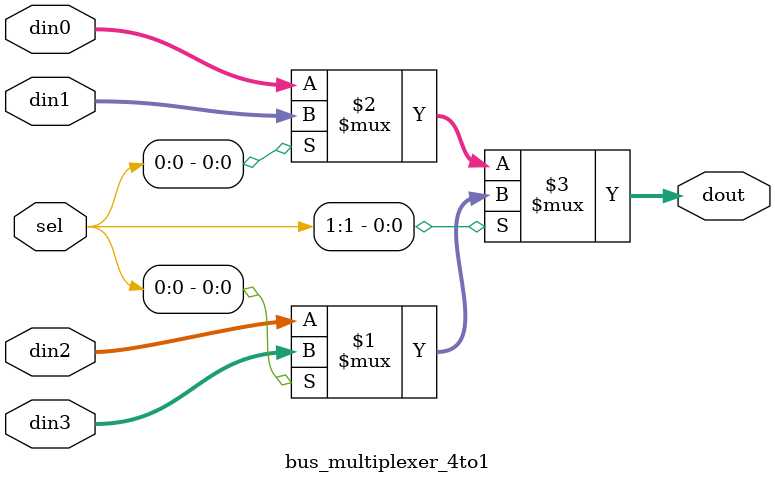
<source format=v>
`timescale 1 ns / 1 ps

module bus_multiplexer_4to1 #
(
  parameter integer WIDTH = 32
)
(
  input  wire [WIDTH-1:0] din0,
  input  wire [WIDTH-1:0] din1,
  input  wire [WIDTH-1:0] din2,
  input  wire [WIDTH-1:0] din3,
  input  wire [1:0]       sel,
  output wire [WIDTH-1:0] dout
);

  assign dout = (sel[1]) ? ((sel[0]) ? din3 : din2) : ((sel[0]) ? din1 : din0);

endmodule

</source>
